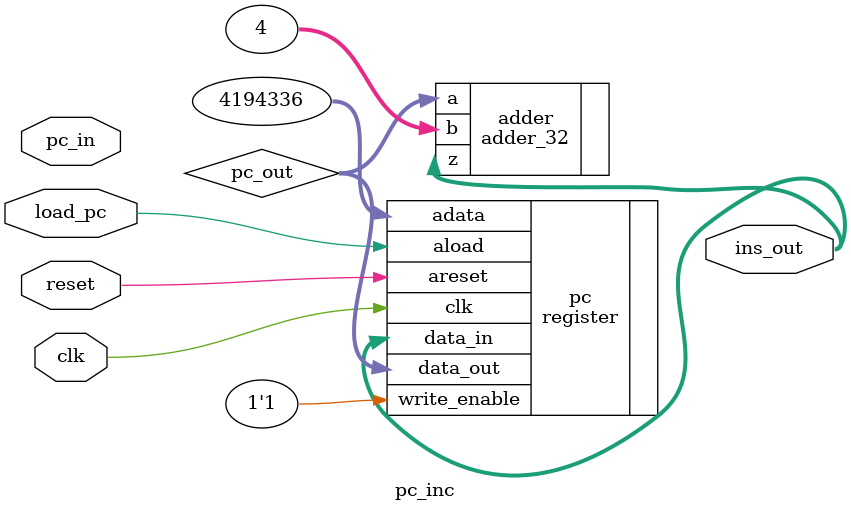
<source format=v>
`timescale 1ns/10ps


module pc_inc(clk, reset, pc_in, load_pc, ins_out); //input: pc counter value; output: instruction

    // define a clock here

    parameter pc_start = 32'h00400020; //this is what we are given for init
    input [31:0] pc_in;
    input clk, reset, load_pc;
    output wire [31:0] ins_out;
    wire [31:0] pc_in, pc_out; // need a wire for the pc result

    register pc( // add a register to be the pc.
        .clk(clk), 
        .areset(reset), 
        .aload(load_pc), 
        .adata(pc_start), //reloads initial value when aload asserted
        .data_in(ins_out), // debug; final output is pc_in
        .write_enable(1'b1), // want to be able to write at end, always
        .data_out(pc_out) // debug; final value is pc_out
    );

    //sram #(.mem_file("data/bills_branch.dat")) ins_mem( // the instruction mem will be sram, no clock.
    //        .cs(1'b1), // always enable ops
    //        .oe(1'b1), // always read the ins mem
    //        .we(1'b0), // never write the ins mem 
    //        .addr(pc_out), 
    //        .din(32'h00000000), 
    //        .dout(ins_out) 
    //);

    adder_32 adder ( // this adder just increments the pc +4 every time
        .a(pc_out), 
        .b(32'h00000004), // constant 4 for incrementing
        .z(ins_out) // debug - final is pc_in
        );

endmodule //ins_fetch

</source>
